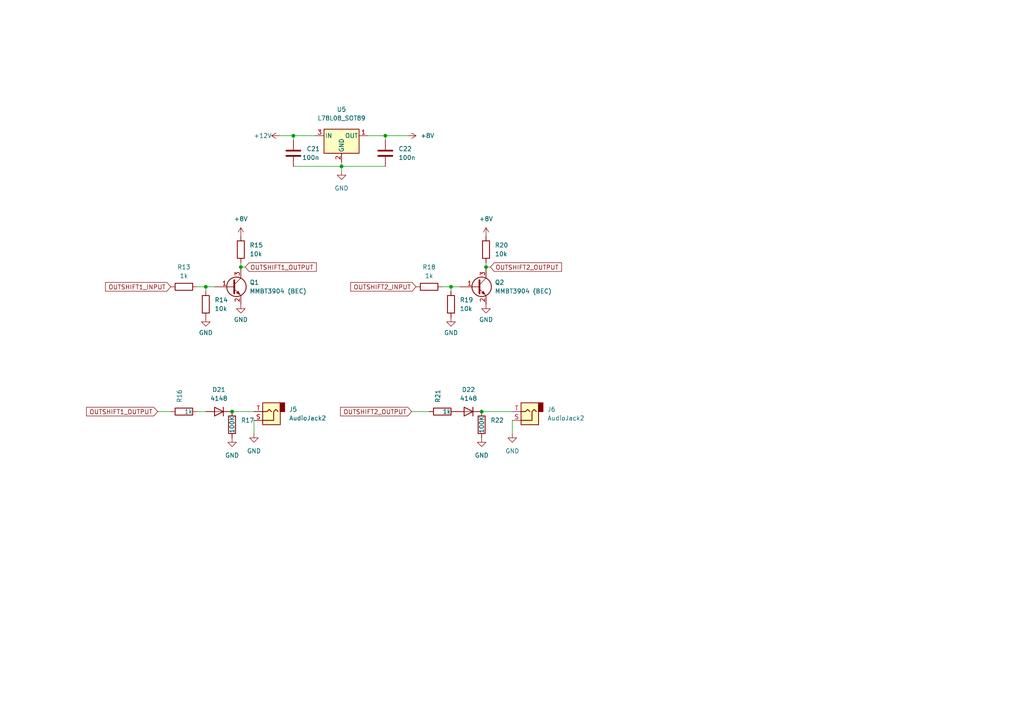
<source format=kicad_sch>
(kicad_sch (version 20211123) (generator eeschema)
  (paper "A4")
  (lib_symbols
    (symbol "Connector:AudioJack2"
      (property "Reference" "J" (at 0 8.89 0))
      (property "Value" "AudioJack2" (at 0 6.35 0))
      (symbol "AudioJack2_0_1"
        (rectangle (start -3.81 0) (end -2.54 -2.54) (stroke (width 0.254)) (fill (type outline)))
        (rectangle (start -2.54 3.81) (end 2.54 -2.54) (stroke (width 0.254)) (fill (type background)))
        (polyline (pts (xy 0 0) (xy 0.635 -0.635) (xy 1.27 0) (xy 2.54 0)) (stroke (width 0.254)))
        (polyline (pts (xy 2.54 2.54) (xy -0.635 2.54) (xy -0.635 0) (xy -1.27 -0.635) (xy -1.905 0)) (stroke (width 0.254)))
      )
      (symbol "AudioJack2_1_1"
        (pin passive line (at 5.08 2.54 180) (length 2.54) (name "~") (number "S"))
        (pin passive line (at 5.08 0 180) (length 2.54) (name "~") (number "T"))
      )
    )
    (symbol "Device:C" (pin_numbers hide) (pin_names (offset 0.254))
      (property "Reference" "C" (at 0.635 2.54 0))
      (property "Value" "C" (at 0.635 -2.54 0))
      (symbol "C_0_1"
        (polyline (pts (xy -2.032 -0.762) (xy 2.032 -0.762)) (stroke (width 0.508)))
        (polyline (pts (xy -2.032 0.762) (xy 2.032 0.762)) (stroke (width 0.508)))
      )
      (symbol "C_1_1"
        (pin passive line (at 0 3.81 270) (length 2.794) (name "~") (number "1"))
        (pin passive line (at 0 -3.81 90) (length 2.794) (name "~") (number "2"))
      )
    )
    (symbol "Device:D" (pin_numbers hide) (pin_names (offset 1.016) hide)
      (property "Reference" "D" (at 0 2.54 0))
      (property "Value" "D" (at 0 -2.54 0))
      (symbol "D_0_1"
        (polyline (pts (xy -1.27 1.27) (xy -1.27 -1.27)) (stroke (width 0.254)))
        (polyline (pts (xy 1.27 0) (xy -1.27 0)))
        (polyline (pts (xy 1.27 1.27) (xy 1.27 -1.27) (xy -1.27 0) (xy 1.27 1.27)) (stroke (width 0.254)))
      )
      (symbol "D_1_1"
        (pin passive line (at -3.81 0 0) (length 2.54) (name "K") (number "1"))
        (pin passive line (at 3.81 0 180) (length 2.54) (name "A") (number "2"))
      )
    )
    (symbol "Device:R" (pin_numbers hide) (pin_names (offset 0))
      (property "Reference" "R" (at 2.032 0 90))
      (property "Value" "R" (at 0 0 90))
      (symbol "R_0_1"
        (rectangle (start -1.016 -2.54) (end 1.016 2.54) (stroke (width 0.254)))
      )
      (symbol "R_1_1"
        (pin passive line (at 0 3.81 270) (length 1.27) (name "~") (number "1"))
        (pin passive line (at 0 -3.81 90) (length 1.27) (name "~") (number "2"))
      )
    )
    (symbol "Regulator_Linear:L78L08_SOT89" (pin_names (offset 0.254))
      (property "Reference" "U" (at -3.81 3.175 0))
      (property "Value" "L78L08_SOT89" (at -0.635 3.175 0))
      (symbol "L78L08_SOT89_0_1"
        (rectangle (start -5.08 1.905) (end 5.08 -5.08) (stroke (width 0.254)) (fill (type background)))
      )
      (symbol "L78L08_SOT89_1_1"
        (pin power_out line (at 7.62 0 180) (length 2.54) (name "OUT") (number "1"))
        (pin power_in line (at 0 -7.62 90) (length 2.54) (name "GND") (number "2"))
        (pin power_in line (at -7.62 0 0) (length 2.54) (name "IN") (number "3"))
      )
    )
    (symbol "Transistor_BJT:MMBT3904" (pin_names (offset 0) hide)
      (property "Reference" "Q" (at 5.08 1.905 0))
      (property "Value" "MMBT3904" (at 5.08 0 0))
      (symbol "MMBT3904_0_1"
        (polyline (pts (xy 0.635 0.635) (xy 2.54 2.54)))
        (polyline (pts (xy 0.635 -0.635) (xy 2.54 -2.54) (xy 2.54 -2.54)))
        (polyline (pts (xy 0.635 1.905) (xy 0.635 -1.905) (xy 0.635 -1.905)) (stroke (width 0.508)))
        (polyline (pts (xy 1.27 -1.778) (xy 1.778 -1.27) (xy 2.286 -2.286) (xy 1.27 -1.778) (xy 1.27 -1.778)) (fill (type outline)))
        (circle (center 1.27 0) (radius 2.8194) (stroke (width 0.254)))
      )
      (symbol "MMBT3904_1_1"
        (pin input line (at -5.08 0 0) (length 5.715) (name "B") (number "1"))
        (pin passive line (at 2.54 -5.08 90) (length 2.54) (name "E") (number "2"))
        (pin passive line (at 2.54 5.08 270) (length 2.54) (name "C") (number "3"))
      )
    )
    (symbol "power:+12V" (power) (pin_names (offset 0))
      (property "Value" "+12V" (at 0 3.556 0))
      (symbol "+12V_0_1"
        (polyline (pts (xy -0.762 1.27) (xy 0 2.54)))
        (polyline (pts (xy 0 0) (xy 0 2.54)))
        (polyline (pts (xy 0 2.54) (xy 0.762 1.27)))
      )
      (symbol "+12V_1_1"
        (pin power_in line (at 0 0 90) (length 0) hide (name "+12V") (number "1"))
      )
    )
    (symbol "power:+8V" (power) (pin_names (offset 0))
      (property "Value" "+8V" (at 0 3.556 0))
      (symbol "+8V_0_1"
        (polyline (pts (xy -0.762 1.27) (xy 0 2.54)))
        (polyline (pts (xy 0 0) (xy 0 2.54)))
        (polyline (pts (xy 0 2.54) (xy 0.762 1.27)))
      )
      (symbol "+8V_1_1"
        (pin power_in line (at 0 0 90) (length 0) hide (name "+8V") (number "1"))
      )
    )
    (symbol "power:GND" (power) (pin_names (offset 0))
      (property "Value" "GND" (at 0 -3.81 0))
      (symbol "GND_0_1"
        (polyline (pts (xy 0 0) (xy 0 -1.27) (xy 1.27 -1.27) (xy 0 -2.54) (xy -1.27 -1.27) (xy 0 -1.27)))
      )
      (symbol "GND_1_1"
        (pin power_in line (at 0 0 270) (length 0) hide (name "GND") (number "1"))
      )
    )
  )
  (junction (at 139.7 119.38))
  (junction (at 99.06 48.26))
  (junction (at 67.31 119.38))
  (junction (at 140.97 77.47))
  (junction (at 85.09 39.37))
  (junction (at 59.69 83.185))
  (junction (at 130.81 83.185))
  (junction (at 69.85 77.47))
  (junction (at 111.76 39.37))
  (wire (pts (xy 69.85 76.2) (xy 69.85 77.47)))
  (wire (pts (xy 59.69 83.185) (xy 62.23 83.185)))
  (wire (pts (xy 139.7 119.38) (xy 148.59 119.38)))
  (wire (pts (xy 69.85 77.47) (xy 71.12 77.47)))
  (wire (pts (xy 57.15 119.38) (xy 59.69 119.38)))
  (wire (pts (xy 140.97 76.2) (xy 140.97 77.47)))
  (wire (pts (xy 85.09 39.37) (xy 85.09 40.64)))
  (wire (pts (xy 148.59 121.92) (xy 148.59 125.73)))
  (wire (pts (xy 59.69 83.185) (xy 59.69 84.455)))
  (wire (pts (xy 119.38 119.38) (xy 124.46 119.38)))
  (wire (pts (xy 99.06 49.53) (xy 99.06 48.26)))
  (wire (pts (xy 111.76 39.37) (xy 111.76 40.64)))
  (wire (pts (xy 99.06 48.26) (xy 99.06 46.99)))
  (wire (pts (xy 69.85 77.47) (xy 69.85 78.105)))
  (wire (pts (xy 128.27 83.185) (xy 130.81 83.185)))
  (wire (pts (xy 85.09 48.26) (xy 99.06 48.26)))
  (wire (pts (xy 106.68 39.37) (xy 111.76 39.37)))
  (wire (pts (xy 45.72 119.38) (xy 49.53 119.38)))
  (wire (pts (xy 140.97 77.47) (xy 140.97 78.105)))
  (wire (pts (xy 118.11 39.37) (xy 111.76 39.37)))
  (wire (pts (xy 81.28 39.37) (xy 85.09 39.37)))
  (wire (pts (xy 130.81 83.185) (xy 133.35 83.185)))
  (wire (pts (xy 130.81 83.185) (xy 130.81 84.455)))
  (wire (pts (xy 73.66 121.92) (xy 73.66 125.73)))
  (wire (pts (xy 99.06 48.26) (xy 111.76 48.26)))
  (wire (pts (xy 67.31 119.38) (xy 73.66 119.38)))
  (wire (pts (xy 57.15 83.185) (xy 59.69 83.185)))
  (wire (pts (xy 140.97 77.47) (xy 142.24 77.47)))
  (wire (pts (xy 85.09 39.37) (xy 91.44 39.37)))
  (global_label "OUTSHIFT1_INPUT" (shape input) (at 49.53 83.185 180) (property "Intersheet References" "${INTERSHEET_REFS}" (effects hide)))
  (global_label "OUTSHIFT1_OUTPUT" (shape input) (at 71.12 77.47 0) (property "Intersheet References" "${INTERSHEET_REFS}" (effects hide)))
  (global_label "OUTSHIFT2_OUTPUT" (shape input) (at 119.38 119.38 180) (property "Intersheet References" "${INTERSHEET_REFS}" (effects hide)))
  (global_label "OUTSHIFT2_OUTPUT" (shape input) (at 142.24 77.47 0) (property "Intersheet References" "${INTERSHEET_REFS}" (effects hide)))
  (global_label "OUTSHIFT2_INPUT" (shape input) (at 120.65 83.185 180) (property "Intersheet References" "${INTERSHEET_REFS}" (effects hide)))
  (global_label "OUTSHIFT1_OUTPUT" (shape input) (at 45.72 119.38 180) (property "Intersheet References" "${INTERSHEET_REFS}" (effects hide)))
  (symbol (lib_id "power:+8V") (at 69.85 68.58 0) (unit 1)
    (property "Reference" "#PWR0116" (effects hide))
    (property "Value" "+8V" (at 69.85 63.5 0))
  )
  (symbol (lib_id "Device:R") (at 67.31 123.19 0) (unit 1)
    (property "Reference" "R17" (at 69.85 121.9199 0) (effects (justify left)))
    (property "Value" "100K" (at 67.31 125.73 90) (effects (justify left)))
    (property "Footprint" "Capacitor_SMD:C_0402_1005Metric" (effects hide))
    (property "JLC part Number" "C25741" (effects hide))
    (property "LCSC" "C25741" (effects hide))
  )
  (symbol (lib_id "Transistor_BJT:MMBT3904") (at 67.31 83.185 0) (unit 1)
    (property "Reference" "Q1" (at 72.39 81.9149 0) (effects (justify left)))
    (property "Value" "MMBT3904 (BEC)" (at 72.39 84.4549 0) (effects (justify left)))
    (property "Footprint" "Package_TO_SOT_SMD:SOT-23" (effects hide))
    (property "Datasheet" "https://www.onsemi.com/pub/Collateral/2N3903-D.PDF" (effects hide))
    (property "JLC part Number" "C20526" (effects hide))
    (property "LCSC" "C20526" (effects hide))
  )
  (symbol (lib_id "Device:R") (at 53.34 83.185 90) (unit 1)
    (property "Reference" "R13" (at 53.34 77.47 90))
    (property "Value" "1k" (at 53.34 80.01 90))
    (property "Footprint" "Capacitor_SMD:C_0402_1005Metric" (effects hide))
    (property "LCSC" "C102748" (effects hide))
  )
  (symbol (lib_id "power:GND") (at 148.59 125.73 0) (unit 1)
    (property "Reference" "#PWR0114" (effects hide))
    (property "Value" "GND" (at 148.59 130.81 0))
  )
  (symbol (lib_id "power:GND") (at 67.31 127 0) (unit 1)
    (property "Reference" "#PWR0138" (effects hide))
    (property "Value" "GND" (at 67.31 132.08 0))
  )
  (symbol (lib_id "Device:R") (at 53.34 119.38 90) (unit 1)
    (property "Reference" "R16" (at 52.0699 116.84 0) (effects (justify left)))
    (property "Value" "1k" (at 55.88 119.38 90) (effects (justify left)))
    (property "Footprint" "Capacitor_SMD:C_0402_1005Metric" (effects hide))
    (property "LCSC" "C102748" (effects hide))
  )
  (symbol (lib_id "Device:R") (at 59.69 88.265 180) (unit 1)
    (property "Reference" "R14" (at 62.23 86.9949 0) (effects (justify right)))
    (property "Value" "10k" (at 62.23 89.5349 0) (effects (justify right)))
    (property "Footprint" "Capacitor_SMD:C_0402_1005Metric" (effects hide))
    (property "JLC part Number" "C25744" (effects hide))
    (property "LCSC" "C25744" (effects hide))
  )
  (symbol (lib_id "Device:R") (at 130.81 88.265 180) (unit 1)
    (property "Reference" "R19" (at 133.35 86.9949 0) (effects (justify right)))
    (property "Value" "10k" (at 133.35 89.5349 0) (effects (justify right)))
    (property "Footprint" "Capacitor_SMD:C_0402_1005Metric" (effects hide))
    (property "JLC part Number" "C25744" (effects hide))
    (property "LCSC" "C25744" (effects hide))
  )
  (symbol (lib_id "power:GND") (at 69.85 88.265 0) (unit 1)
    (property "Reference" "#PWR0118" (effects hide))
    (property "Value" "GND" (at 69.85 92.71 0))
  )
  (symbol (lib_id "power:+8V") (at 118.11 39.37 270) (unit 1)
    (property "Reference" "#PWR0109" (effects hide))
    (property "Value" "+8V" (at 121.92 39.3699 90) (effects (justify left)))
  )
  (symbol (lib_id "power:GND") (at 139.7 127 0) (unit 1)
    (property "Reference" "#PWR0139" (effects hide))
    (property "Value" "GND" (at 139.7 132.08 0))
  )
  (symbol (lib_id "Transistor_BJT:MMBT3904") (at 138.43 83.185 0) (unit 1)
    (property "Reference" "Q2" (at 143.51 81.9149 0) (effects (justify left)))
    (property "Value" "MMBT3904 (BEC)" (at 143.51 84.4549 0) (effects (justify left)))
    (property "Footprint" "Package_TO_SOT_SMD:SOT-23" (effects hide))
    (property "Datasheet" "https://www.onsemi.com/pub/Collateral/2N3903-D.PDF" (effects hide))
    (property "JLC part Number" "C20526" (effects hide))
    (property "LCSC" "C20526" (effects hide))
  )
  (symbol (lib_id "power:+8V") (at 140.97 68.58 0) (unit 1)
    (property "Reference" "#PWR0105" (effects hide))
    (property "Value" "+8V" (at 140.97 63.5 0))
  )
  (symbol (lib_id "Regulator_Linear:L78L08_SOT89") (at 99.06 39.37 0) (unit 1)
    (property "Reference" "U5" (at 99.06 31.75 0))
    (property "Value" "L78L08_SOT89" (at 99.06 34.29 0))
    (property "Footprint" "Package_TO_SOT_SMD:SOT-89-3" (effects hide))
    (property "Datasheet" "http://www.st.com/content/ccc/resource/technical/document/datasheet/15/55/e5/aa/23/5b/43/fd/CD00000446.pdf/files/CD00000446.pdf/jcr:content/translations/en.CD00000446.pdf" (effects hide))
    (property "JLC part Number" "C122846" (effects hide))
    (property "LCSC" "C122846" (effects hide))
  )
  (symbol (lib_id "Device:C") (at 111.76 44.45 0) (unit 1)
    (property "Reference" "C22" (at 115.57 43.1799 0) (effects (justify left)))
    (property "Value" "100n" (at 115.57 45.7199 0) (effects (justify left)))
    (property "Footprint" "Capacitor_SMD:C_0402_1005Metric" (effects hide))
    (property "JLC part Number" "C1525" (effects hide))
    (property "LCSC" "C1525" (effects hide))
  )
  (symbol (lib_id "Device:D") (at 135.89 119.38 180) (unit 1)
    (property "Reference" "D22" (at 135.89 113.03 0))
    (property "Value" "4148" (at 135.89 115.57 0))
    (property "Footprint" "Diode_SMD:D_SOD-123" (effects hide))
    (property "JLC part Number" "C81598" (effects hide))
    (property "LCSC" "C81598" (effects hide))
  )
  (symbol (lib_id "Connector:AudioJack2") (at 153.67 119.38 180) (unit 1)
    (property "Reference" "J6" (at 158.75 118.7449 0) (effects (justify right)))
    (property "Value" "AudioJack2" (at 158.75 121.2849 0) (effects (justify right)))
    (property "Footprint" "Connector_Audio:Jack_3.5mm_QingPu_WQP-PJ398SM_Vertical_CircularHoles" (effects hide))
  )
  (symbol (lib_id "power:GND") (at 59.69 92.075 0) (unit 1)
    (property "Reference" "#PWR0119" (effects hide))
    (property "Value" "GND" (at 59.69 96.52 0))
  )
  (symbol (lib_id "Device:R") (at 140.97 72.39 0) (unit 1)
    (property "Reference" "R20" (at 143.51 71.1199 0) (effects (justify left)))
    (property "Value" "10k" (at 143.51 73.6599 0) (effects (justify left)))
    (property "Footprint" "Capacitor_SMD:C_0402_1005Metric" (effects hide))
    (property "JLC part Number" "C25744" (effects hide))
    (property "LCSC" "C25744" (effects hide))
  )
  (symbol (lib_id "Device:C") (at 85.09 44.45 0) (unit 1)
    (property "Reference" "C21" (at 88.9 43.1799 0) (effects (justify left)))
    (property "Value" "100n" (at 87.63 45.72 0) (effects (justify left)))
    (property "Footprint" "Capacitor_SMD:C_0402_1005Metric" (effects hide))
    (property "JLC part Number" "C1525" (effects hide))
    (property "LCSC" "C1525" (effects hide))
  )
  (symbol (lib_id "Device:D") (at 63.5 119.38 180) (unit 1)
    (property "Reference" "D21" (at 63.5 113.03 0))
    (property "Value" "4148" (at 63.5 115.57 0))
    (property "Footprint" "Diode_SMD:D_SOD-123" (effects hide))
    (property "JLC part Number" "C81598" (effects hide))
    (property "LCSC" "C81598" (effects hide))
  )
  (symbol (lib_id "power:GND") (at 130.81 92.075 0) (unit 1)
    (property "Reference" "#PWR0113" (effects hide))
    (property "Value" "GND" (at 130.81 96.52 0))
  )
  (symbol (lib_id "Device:R") (at 124.46 83.185 90) (unit 1)
    (property "Reference" "R18" (at 124.46 77.47 90))
    (property "Value" "1k" (at 124.46 80.01 90))
    (property "Footprint" "Capacitor_SMD:C_0402_1005Metric" (effects hide))
    (property "LCSC" "C102748" (effects hide))
  )
  (symbol (lib_id "Device:R") (at 139.7 123.19 0) (unit 1)
    (property "Reference" "R22" (at 142.24 121.9199 0) (effects (justify left)))
    (property "Value" "100K" (at 139.7 125.73 90) (effects (justify left)))
    (property "Footprint" "Capacitor_SMD:C_0402_1005Metric" (effects hide))
    (property "JLC part Number" "C25741" (effects hide))
    (property "LCSC" "C25741" (effects hide))
  )
  (symbol (lib_id "Device:R") (at 69.85 72.39 0) (unit 1)
    (property "Reference" "R15" (at 72.39 71.1199 0) (effects (justify left)))
    (property "Value" "10k" (at 72.39 73.6599 0) (effects (justify left)))
    (property "Footprint" "Capacitor_SMD:C_0402_1005Metric" (effects hide))
    (property "JLC part Number" "C25744" (effects hide))
    (property "LCSC" "C25744" (effects hide))
  )
  (symbol (lib_id "power:GND") (at 140.97 88.265 0) (unit 1)
    (property "Reference" "#PWR0115" (effects hide))
    (property "Value" "GND" (at 140.97 92.71 0))
  )
  (symbol (lib_id "power:GND") (at 99.06 49.53 0) (unit 1)
    (property "Reference" "#PWR0108" (effects hide))
    (property "Value" "GND" (at 99.06 54.61 0))
  )
  (symbol (lib_id "power:+12V") (at 81.28 39.37 90) (unit 1)
    (property "Reference" "#PWR0110" (effects hide))
    (property "Value" "+12V" (at 76.2 39.37 90))
  )
  (symbol (lib_id "Connector:AudioJack2") (at 78.74 119.38 180) (unit 1)
    (property "Reference" "J5" (at 83.82 118.7449 0) (effects (justify right)))
    (property "Value" "AudioJack2" (at 83.82 121.2849 0) (effects (justify right)))
    (property "Footprint" "Connector_Audio:Jack_3.5mm_QingPu_WQP-PJ398SM_Vertical_CircularHoles" (effects hide))
  )
  (symbol (lib_id "power:GND") (at 73.66 125.73 0) (unit 1)
    (property "Reference" "#PWR0117" (effects hide))
    (property "Value" "GND" (at 73.66 130.81 0))
  )
  (symbol (lib_id "Device:R") (at 128.27 119.38 90) (unit 1)
    (property "Reference" "R21" (at 126.9999 116.84 0) (effects (justify left)))
    (property "Value" "1k" (at 130.81 119.38 90) (effects (justify left)))
    (property "Footprint" "Capacitor_SMD:C_0402_1005Metric" (effects hide))
    (property "LCSC" "C102748" (effects hide))
  )
)
</source>
